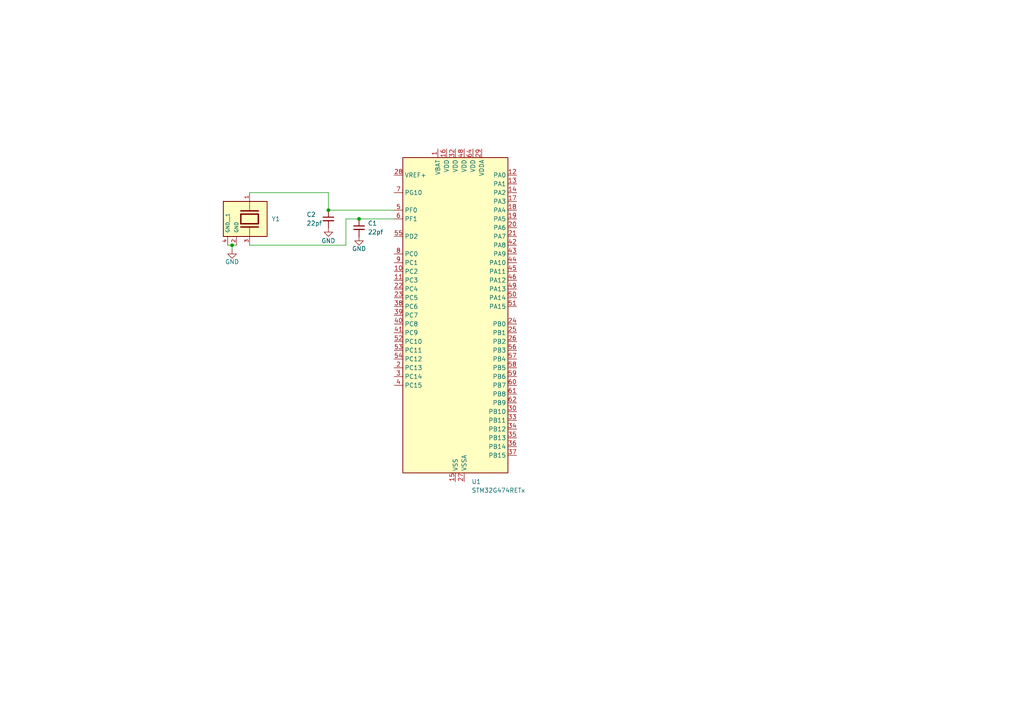
<source format=kicad_sch>
(kicad_sch (version 20250114) (generator "eeschema") (generator_version "9.0")
  (paper "A4")
  (lib_symbols
    (symbol "ABM8G-24.000MHZ-18-D2Y-T:ABM8G-24.000MHZ-18-D2Y-T" (pin_names (offset 1.016))
      (property "Reference" "Y1" (at 0 10.16 0))
      (property "Value" "ABM8G-24.000MHZ-18-D2Y-T" (at 0 7.62 0))
      (symbol "ABM8G-24.000MHZ-18-D2Y-T_0_0"
        (polyline (pts (xy -5.08 0) (xy -2.54 0)) (stroke (width 0.1524)))
        (rectangle (start -5.08 -7.62) (end 5.08 5.08) (stroke (width 0.254)) (fill (type background)))
        (polyline (pts (xy -2.3368 2.54) (xy -2.3368 -2.54)) (stroke (width 0.4064)))
        (polyline (pts (xy -1.397 2.54) (xy -1.397 -2.54)) (stroke (width 0.4064)))
        (polyline (pts (xy -1.397 2.54) (xy 1.397 2.54)) (stroke (width 0.4064)))
        (polyline (pts (xy 1.397 2.54) (xy 1.397 -2.54)) (stroke (width 0.4064)))
        (polyline (pts (xy 1.397 -2.54) (xy -1.397 -2.54)) (stroke (width 0.4064)))
        (polyline (pts (xy 2.3368 2.54) (xy 2.3368 -2.54)) (stroke (width 0.4064)))
        (polyline (pts (xy 2.54 0) (xy 5.08 0)) (stroke (width 0.1524)))
        (pin passive line (at -7.62 0 0) (length 2.54) (name "~") (number "1"))
        (pin passive line (at 7.62 0 180) (length 2.54) (name "~") (number "3"))
        (pin power_in line (at 7.62 -3.81 180) (length 2.54) (name "GND") (number "2"))
        (pin power_in line (at 7.62 -6.35 180) (length 2.54) (name "GND__1") (number "4"))
      )
    )
    (symbol "Device:C_Small" (pin_numbers (hide yes)) (pin_names (offset 0.254) (hide yes))
      (property "Reference" "C" (at 0.254 1.778 0))
      (property "Value" "C_Small" (at 0.254 -2.032 0))
      (symbol "C_Small_0_1"
        (polyline (pts (xy -1.524 0.508) (xy 1.524 0.508)) (stroke (width 0.3048)))
        (polyline (pts (xy -1.524 -0.508) (xy 1.524 -0.508)) (stroke (width 0.3302)))
      )
      (symbol "C_Small_1_1"
        (pin passive line (at 0 2.54 270) (length 2.032) (name "~") (number "1"))
        (pin passive line (at 0 -2.54 90) (length 2.032) (name "~") (number "2"))
      )
    )
    (symbol "MCU_ST_STM32G4:STM32G474RETx"
      (property "Reference" "U" (at -15.24 46.99 0))
      (property "Value" "STM32G474RETx" (at 10.16 46.99 0))
      (symbol "STM32G474RETx_0_1"
        (rectangle (start -15.24 -45.72) (end 15.24 45.72) (stroke (width 0.254)) (fill (type background)))
      )
      (symbol "STM32G474RETx_1_1"
        (pin input line (at -17.78 40.64 0) (length 2.54) (name "VREF+") (number "28"))
        (pin bidirectional line (at -17.78 35.56 0) (length 2.54) (name "PG10") (number "7"))
        (pin bidirectional line (at -17.78 30.48 0) (length 2.54) (name "PF0") (number "5"))
        (pin bidirectional line (at -17.78 27.94 0) (length 2.54) (name "PF1") (number "6"))
        (pin bidirectional line (at -17.78 22.86 0) (length 2.54) (name "PD2") (number "55"))
        (pin bidirectional line (at -17.78 17.78 0) (length 2.54) (name "PC0") (number "8"))
        (pin bidirectional line (at -17.78 15.24 0) (length 2.54) (name "PC1") (number "9"))
        (pin bidirectional line (at -17.78 12.7 0) (length 2.54) (name "PC2") (number "10"))
        (pin bidirectional line (at -17.78 10.16 0) (length 2.54) (name "PC3") (number "11"))
        (pin bidirectional line (at -17.78 7.62 0) (length 2.54) (name "PC4") (number "22"))
        (pin bidirectional line (at -17.78 5.08 0) (length 2.54) (name "PC5") (number "23"))
        (pin bidirectional line (at -17.78 2.54 0) (length 2.54) (name "PC6") (number "38"))
        (pin bidirectional line (at -17.78 0 0) (length 2.54) (name "PC7") (number "39"))
        (pin bidirectional line (at -17.78 -2.54 0) (length 2.54) (name "PC8") (number "40"))
        (pin bidirectional line (at -17.78 -5.08 0) (length 2.54) (name "PC9") (number "41"))
        (pin bidirectional line (at -17.78 -7.62 0) (length 2.54) (name "PC10") (number "52"))
        (pin bidirectional line (at -17.78 -10.16 0) (length 2.54) (name "PC11") (number "53"))
        (pin bidirectional line (at -17.78 -12.7 0) (length 2.54) (name "PC12") (number "54"))
        (pin bidirectional line (at -17.78 -15.24 0) (length 2.54) (name "PC13") (number "2"))
        (pin bidirectional line (at -17.78 -17.78 0) (length 2.54) (name "PC14") (number "3"))
        (pin bidirectional line (at -17.78 -20.32 0) (length 2.54) (name "PC15") (number "4"))
        (pin power_in line (at -5.08 48.26 270) (length 2.54) (name "VBAT") (number "1"))
        (pin power_in line (at -2.54 48.26 270) (length 2.54) (name "VDD") (number "16"))
        (pin power_in line (at 0 48.26 270) (length 2.54) (name "VDD") (number "32"))
        (pin power_in line (at 0 -48.26 90) (length 2.54) (name "VSS") (number "15"))
        (pin passive line (at 0 -48.26 90) (length 2.54) (hide yes) (name "VSS") (number "31"))
        (pin passive line (at 0 -48.26 90) (length 2.54) (hide yes) (name "VSS") (number "47"))
        (pin passive line (at 0 -48.26 90) (length 2.54) (hide yes) (name "VSS") (number "63"))
        (pin power_in line (at 2.54 48.26 270) (length 2.54) (name "VDD") (number "48"))
        (pin power_in line (at 2.54 -48.26 90) (length 2.54) (name "VSSA") (number "27"))
        (pin power_in line (at 5.08 48.26 270) (length 2.54) (name "VDD") (number "64"))
        (pin power_in line (at 7.62 48.26 270) (length 2.54) (name "VDDA") (number "29"))
        (pin bidirectional line (at 17.78 40.64 180) (length 2.54) (name "PA0") (number "12"))
        (pin bidirectional line (at 17.78 38.1 180) (length 2.54) (name "PA1") (number "13"))
        (pin bidirectional line (at 17.78 35.56 180) (length 2.54) (name "PA2") (number "14"))
        (pin bidirectional line (at 17.78 33.02 180) (length 2.54) (name "PA3") (number "17"))
        (pin bidirectional line (at 17.78 30.48 180) (length 2.54) (name "PA4") (number "18"))
        (pin bidirectional line (at 17.78 27.94 180) (length 2.54) (name "PA5") (number "19"))
        (pin bidirectional line (at 17.78 25.4 180) (length 2.54) (name "PA6") (number "20"))
        (pin bidirectional line (at 17.78 22.86 180) (length 2.54) (name "PA7") (number "21"))
        (pin bidirectional line (at 17.78 20.32 180) (length 2.54) (name "PA8") (number "42"))
        (pin bidirectional line (at 17.78 17.78 180) (length 2.54) (name "PA9") (number "43"))
        (pin bidirectional line (at 17.78 15.24 180) (length 2.54) (name "PA10") (number "44"))
        (pin bidirectional line (at 17.78 12.7 180) (length 2.54) (name "PA11") (number "45"))
        (pin bidirectional line (at 17.78 10.16 180) (length 2.54) (name "PA12") (number "46"))
        (pin bidirectional line (at 17.78 7.62 180) (length 2.54) (name "PA13") (number "49"))
        (pin bidirectional line (at 17.78 5.08 180) (length 2.54) (name "PA14") (number "50"))
        (pin bidirectional line (at 17.78 2.54 180) (length 2.54) (name "PA15") (number "51"))
        (pin bidirectional line (at 17.78 -2.54 180) (length 2.54) (name "PB0") (number "24"))
        (pin bidirectional line (at 17.78 -5.08 180) (length 2.54) (name "PB1") (number "25"))
        (pin bidirectional line (at 17.78 -7.62 180) (length 2.54) (name "PB2") (number "26"))
        (pin bidirectional line (at 17.78 -10.16 180) (length 2.54) (name "PB3") (number "56"))
        (pin bidirectional line (at 17.78 -12.7 180) (length 2.54) (name "PB4") (number "57"))
        (pin bidirectional line (at 17.78 -15.24 180) (length 2.54) (name "PB5") (number "58"))
        (pin bidirectional line (at 17.78 -17.78 180) (length 2.54) (name "PB6") (number "59"))
        (pin bidirectional line (at 17.78 -20.32 180) (length 2.54) (name "PB7") (number "60"))
        (pin bidirectional line (at 17.78 -22.86 180) (length 2.54) (name "PB8") (number "61"))
        (pin bidirectional line (at 17.78 -25.4 180) (length 2.54) (name "PB9") (number "62"))
        (pin bidirectional line (at 17.78 -27.94 180) (length 2.54) (name "PB10") (number "30"))
        (pin bidirectional line (at 17.78 -30.48 180) (length 2.54) (name "PB11") (number "33"))
        (pin bidirectional line (at 17.78 -33.02 180) (length 2.54) (name "PB12") (number "34"))
        (pin bidirectional line (at 17.78 -35.56 180) (length 2.54) (name "PB13") (number "35"))
        (pin bidirectional line (at 17.78 -38.1 180) (length 2.54) (name "PB14") (number "36"))
        (pin bidirectional line (at 17.78 -40.64 180) (length 2.54) (name "PB15") (number "37"))
      )
    )
    (symbol "power:GND" (power) (pin_numbers (hide yes)) (pin_names (offset 0) (hide yes))
      (property "Value" "GND" (at 0 -3.81 0))
      (symbol "GND_0_1"
        (polyline (pts (xy 0 0) (xy 0 -1.27) (xy 1.27 -1.27) (xy 0 -2.54) (xy -1.27 -1.27) (xy 0 -1.27)))
      )
      (symbol "GND_1_1"
        (pin power_in line (at 0 0 270) (length 0) (name "~") (number "1"))
      )
    )
  )
  (junction (at 95.25 60.96))
  (junction (at 67.31 71.12))
  (junction (at 104.14 63.5))
  (wire (pts (xy 100.33 63.5) (xy 104.14 63.5)))
  (wire (pts (xy 100.33 71.12) (xy 100.33 63.5)))
  (wire (pts (xy 67.31 71.12) (xy 68.58 71.12)))
  (wire (pts (xy 66.04 71.12) (xy 67.31 71.12)))
  (wire (pts (xy 114.3 60.96) (xy 95.25 60.96)))
  (wire (pts (xy 72.39 55.88) (xy 95.25 55.88)))
  (wire (pts (xy 95.25 55.88) (xy 95.25 60.96)))
  (wire (pts (xy 104.14 63.5) (xy 114.3 63.5)))
  (wire (pts (xy 67.31 72.39) (xy 67.31 71.12)))
  (wire (pts (xy 72.39 71.12) (xy 100.33 71.12)))
  (symbol (lib_id "Device:C_Small") (at 95.25 63.5 0) (unit 1)
    (property "Reference" "C2" (at 88.9 62.23 0) (effects (justify left)))
    (property "Value" "22pf" (at 88.9 64.77 0) (effects (justify left)))
    (property "Footprint" "Capacitor_SMD:C_0603_1608Metric" (effects (hide yes)))
    (property "Description" "Unpolarized capacitor, small symbol" (effects (hide yes)))
  )
  (symbol (lib_id "ABM8G-24.000MHZ-18-D2Y-T:ABM8G-24.000MHZ-18-D2Y-T") (at 72.39 63.5 270) (unit 1)
    (property "Reference" "Y1" (at 78.74 63.4999 90) (effects (justify left)))
    (property "Value" "ABM8G-24.000MHZ-18-D2Y-T" (effects (hide yes)))
    (property "Footprint" "Crystal:Crystal_SMD_Abracon_ABM8G-4Pin_3.2x2.5mm" (effects (hide yes)))
    (property "PARTREV" "08.13.15" (effects (hide yes)))
    (property "STANDARD" "Manufacturer Recommendations" (effects (hide yes)))
    (property "MAXIMUM_PACKAGE_HEIGHT" "1.0 mm" (effects (hide yes)))
    (property "MANUFACTURER" "Abracon" (effects (hide yes)))
  )
  (symbol (lib_id "power:GND") (at 67.31 72.39 0) (unit 1)
    (property "Reference" "#PWR01" (effects (hide yes)))
    (property "Value" "GND" (at 67.31 75.946 0))
    (property "Description" "Power symbol creates a global label with name \"GND\" , ground" (effects (hide yes)))
  )
  (symbol (lib_id "Device:C_Small") (at 104.14 66.04 0) (unit 1)
    (property "Reference" "C1" (at 106.68 64.7762 0) (effects (justify left)))
    (property "Value" "22pf" (at 106.68 67.3162 0) (effects (justify left)))
    (property "Footprint" "Capacitor_SMD:C_0603_1608Metric" (effects (hide yes)))
    (property "Description" "Unpolarized capacitor, small symbol" (effects (hide yes)))
  )
  (symbol (lib_id "power:GND") (at 95.25 66.04 0) (unit 1)
    (property "Reference" "#PWR02" (effects (hide yes)))
    (property "Value" "GND" (at 95.25 69.85 0))
    (property "Description" "Power symbol creates a global label with name \"GND\" , ground" (effects (hide yes)))
  )
  (symbol (lib_id "power:GND") (at 104.14 68.58 0) (unit 1)
    (property "Reference" "#PWR03" (effects (hide yes)))
    (property "Value" "GND" (at 104.14 72.136 0))
    (property "Description" "Power symbol creates a global label with name \"GND\" , ground" (effects (hide yes)))
  )
  (symbol (lib_id "MCU_ST_STM32G4:STM32G474RETx") (at 132.08 91.44 0) (unit 1)
    (property "Reference" "U1" (at 136.7633 139.7 0) (effects (justify left)))
    (property "Value" "STM32G474RETx" (at 136.7633 142.24 0) (effects (justify left)))
    (property "Footprint" "Package_QFP:LQFP-64_10x10mm_P0.5mm" (effects (hide yes)))
    (property "Datasheet" "https://www.st.com/resource/en/datasheet/stm32g474re.pdf" (effects (hide yes)))
    (property "Description" "STMicroelectronics Arm Cortex-M4 MCU, 512KB flash, 128KB RAM, 170 MHz, 1.71-3.6V, 52 GPIO, LQFP64" (effects (hide yes)))
  )
)
</source>
